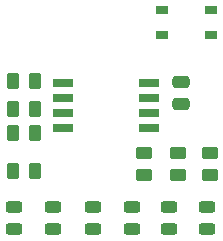
<source format=gbr>
%TF.GenerationSoftware,KiCad,Pcbnew,8.0.6*%
%TF.CreationDate,2024-11-27T13:53:32-03:00*%
%TF.ProjectId,keychain-thermometer,6b657963-6861-4696-9e2d-746865726d6f,rev?*%
%TF.SameCoordinates,Original*%
%TF.FileFunction,Paste,Top*%
%TF.FilePolarity,Positive*%
%FSLAX46Y46*%
G04 Gerber Fmt 4.6, Leading zero omitted, Abs format (unit mm)*
G04 Created by KiCad (PCBNEW 8.0.6) date 2024-11-27 13:53:32*
%MOMM*%
%LPD*%
G01*
G04 APERTURE LIST*
G04 Aperture macros list*
%AMRoundRect*
0 Rectangle with rounded corners*
0 $1 Rounding radius*
0 $2 $3 $4 $5 $6 $7 $8 $9 X,Y pos of 4 corners*
0 Add a 4 corners polygon primitive as box body*
4,1,4,$2,$3,$4,$5,$6,$7,$8,$9,$2,$3,0*
0 Add four circle primitives for the rounded corners*
1,1,$1+$1,$2,$3*
1,1,$1+$1,$4,$5*
1,1,$1+$1,$6,$7*
1,1,$1+$1,$8,$9*
0 Add four rect primitives between the rounded corners*
20,1,$1+$1,$2,$3,$4,$5,0*
20,1,$1+$1,$4,$5,$6,$7,0*
20,1,$1+$1,$6,$7,$8,$9,0*
20,1,$1+$1,$8,$9,$2,$3,0*%
G04 Aperture macros list end*
%ADD10RoundRect,0.250000X-0.475000X0.250000X-0.475000X-0.250000X0.475000X-0.250000X0.475000X0.250000X0*%
%ADD11RoundRect,0.250000X-0.262500X-0.450000X0.262500X-0.450000X0.262500X0.450000X-0.262500X0.450000X0*%
%ADD12RoundRect,0.250000X0.450000X-0.262500X0.450000X0.262500X-0.450000X0.262500X-0.450000X-0.262500X0*%
%ADD13RoundRect,0.243750X0.456250X-0.243750X0.456250X0.243750X-0.456250X0.243750X-0.456250X-0.243750X0*%
%ADD14RoundRect,0.243750X-0.456250X0.243750X-0.456250X-0.243750X0.456250X-0.243750X0.456250X0.243750X0*%
%ADD15RoundRect,0.250000X0.262500X0.450000X-0.262500X0.450000X-0.262500X-0.450000X0.262500X-0.450000X0*%
%ADD16RoundRect,0.250000X-0.450000X0.262500X-0.450000X-0.262500X0.450000X-0.262500X0.450000X0.262500X0*%
%ADD17R,1.050000X0.650000*%
%ADD18R,1.700000X0.650000*%
G04 APERTURE END LIST*
D10*
%TO.C,C1*%
X81300000Y-52850000D03*
X81300000Y-54750000D03*
%TD*%
D11*
%TO.C,R6*%
X67075000Y-55100000D03*
X68900000Y-55100000D03*
%TD*%
D12*
%TO.C,R2*%
X78100000Y-60712500D03*
X78100000Y-58887500D03*
%TD*%
D13*
%TO.C,D3*%
X73800000Y-65300000D03*
X73800000Y-63425000D03*
%TD*%
D14*
%TO.C,D2*%
X70400000Y-63462500D03*
X70400000Y-65337500D03*
%TD*%
%TO.C,D5*%
X80300000Y-63462500D03*
X80300000Y-65337500D03*
%TD*%
D15*
%TO.C,R5*%
X68900000Y-57200000D03*
X67075000Y-57200000D03*
%TD*%
D16*
%TO.C,R4*%
X83700000Y-58900000D03*
X83700000Y-60725000D03*
%TD*%
D13*
%TO.C,D6*%
X83500000Y-65300000D03*
X83500000Y-63425000D03*
%TD*%
D11*
%TO.C,TH1*%
X67087500Y-60400000D03*
X68912500Y-60400000D03*
%TD*%
D15*
%TO.C,R1*%
X68912500Y-52800000D03*
X67087500Y-52800000D03*
%TD*%
D14*
%TO.C,D4*%
X77100000Y-63425000D03*
X77100000Y-65300000D03*
%TD*%
D12*
%TO.C,R3*%
X81000000Y-60712500D03*
X81000000Y-58887500D03*
%TD*%
D17*
%TO.C,SW1*%
X79625000Y-46725000D03*
X83775000Y-46725000D03*
X79625000Y-48875000D03*
X83775000Y-48875000D03*
%TD*%
D13*
%TO.C,D1*%
X67100000Y-65300000D03*
X67100000Y-63425000D03*
%TD*%
D18*
%TO.C,U1*%
X71300000Y-52900000D03*
X71300000Y-54170000D03*
X71300000Y-55440000D03*
X71300000Y-56710000D03*
X78600000Y-56710000D03*
X78600000Y-55440000D03*
X78600000Y-54170000D03*
X78600000Y-52900000D03*
%TD*%
M02*

</source>
